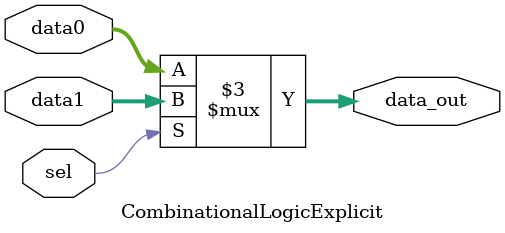
<source format=sv>
module CombinationalLogicExplicit (
    input logic [15:0] data0,
    input logic [15:0] data1,
    output logic [15:0] data_out,
    input logic sel
);
    always @(sel or data0 or data1) begin
        if (sel) begin
            data_out = data1;
        end else begin
            data_out = data0;
        end
    end
endmodule


</source>
